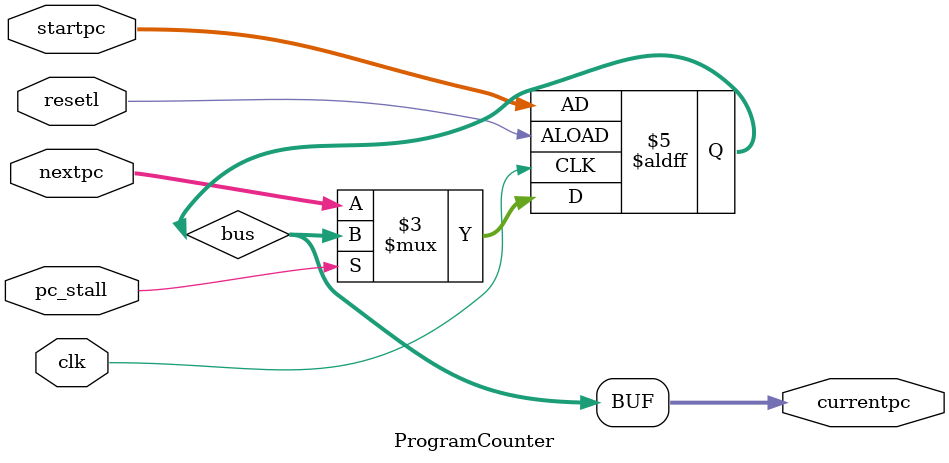
<source format=v>
module ProgramCounter(clk, resetl, currentpc, nextpc, startpc, pc_stall);
    input clk, resetl, pc_stall;
    input [63:0] nextpc, startpc;
    output [63:0] currentpc;
    
    reg [63:0] bus;
    always @(posedge clk or negedge resetl)   
    begin
        if (resetl) begin
            if (!pc_stall)
                bus <= nextpc;
        end
        else
            bus <= startpc;
    end

    assign currentpc = bus;

endmodule
</source>
